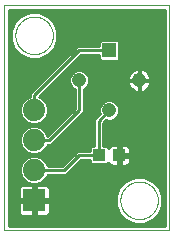
<source format=gtl>
G75*
%MOIN*%
%OFA0B0*%
%FSLAX25Y25*%
%IPPOS*%
%LPD*%
%AMOC8*
5,1,8,0,0,1.08239X$1,22.5*
%
%ADD10C,0.00000*%
%ADD11R,0.07400X0.07400*%
%ADD12C,0.07400*%
%ADD13R,0.04331X0.03937*%
%ADD14C,0.04756*%
%ADD15R,0.04756X0.04756*%
%ADD16C,0.01000*%
D10*
X0016575Y0001500D02*
X0016575Y0076500D01*
X0071575Y0076500D01*
X0071575Y0001500D01*
X0016575Y0001500D01*
X0055325Y0011500D02*
X0055327Y0011658D01*
X0055333Y0011815D01*
X0055343Y0011973D01*
X0055357Y0012130D01*
X0055375Y0012286D01*
X0055396Y0012443D01*
X0055422Y0012598D01*
X0055452Y0012753D01*
X0055485Y0012907D01*
X0055523Y0013060D01*
X0055564Y0013213D01*
X0055609Y0013364D01*
X0055658Y0013514D01*
X0055711Y0013662D01*
X0055767Y0013810D01*
X0055828Y0013955D01*
X0055891Y0014100D01*
X0055959Y0014242D01*
X0056030Y0014383D01*
X0056104Y0014522D01*
X0056182Y0014659D01*
X0056264Y0014794D01*
X0056348Y0014927D01*
X0056437Y0015058D01*
X0056528Y0015186D01*
X0056623Y0015313D01*
X0056720Y0015436D01*
X0056821Y0015558D01*
X0056925Y0015676D01*
X0057032Y0015792D01*
X0057142Y0015905D01*
X0057254Y0016016D01*
X0057370Y0016123D01*
X0057488Y0016228D01*
X0057608Y0016330D01*
X0057731Y0016428D01*
X0057857Y0016524D01*
X0057985Y0016616D01*
X0058115Y0016705D01*
X0058247Y0016791D01*
X0058382Y0016873D01*
X0058519Y0016952D01*
X0058657Y0017027D01*
X0058797Y0017099D01*
X0058940Y0017167D01*
X0059083Y0017232D01*
X0059229Y0017293D01*
X0059376Y0017350D01*
X0059524Y0017404D01*
X0059674Y0017454D01*
X0059824Y0017500D01*
X0059976Y0017542D01*
X0060129Y0017581D01*
X0060283Y0017615D01*
X0060438Y0017646D01*
X0060593Y0017672D01*
X0060749Y0017695D01*
X0060906Y0017714D01*
X0061063Y0017729D01*
X0061220Y0017740D01*
X0061378Y0017747D01*
X0061536Y0017750D01*
X0061693Y0017749D01*
X0061851Y0017744D01*
X0062008Y0017735D01*
X0062166Y0017722D01*
X0062322Y0017705D01*
X0062479Y0017684D01*
X0062634Y0017660D01*
X0062789Y0017631D01*
X0062944Y0017598D01*
X0063097Y0017562D01*
X0063250Y0017521D01*
X0063401Y0017477D01*
X0063551Y0017429D01*
X0063700Y0017378D01*
X0063848Y0017322D01*
X0063994Y0017263D01*
X0064139Y0017200D01*
X0064282Y0017133D01*
X0064423Y0017063D01*
X0064562Y0016990D01*
X0064700Y0016913D01*
X0064836Y0016832D01*
X0064969Y0016748D01*
X0065100Y0016661D01*
X0065229Y0016570D01*
X0065356Y0016476D01*
X0065481Y0016379D01*
X0065602Y0016279D01*
X0065722Y0016176D01*
X0065838Y0016070D01*
X0065952Y0015961D01*
X0066064Y0015849D01*
X0066172Y0015735D01*
X0066277Y0015617D01*
X0066380Y0015497D01*
X0066479Y0015375D01*
X0066575Y0015250D01*
X0066668Y0015122D01*
X0066758Y0014993D01*
X0066844Y0014861D01*
X0066928Y0014727D01*
X0067007Y0014591D01*
X0067084Y0014453D01*
X0067156Y0014313D01*
X0067225Y0014171D01*
X0067291Y0014028D01*
X0067353Y0013883D01*
X0067411Y0013736D01*
X0067466Y0013588D01*
X0067517Y0013439D01*
X0067564Y0013288D01*
X0067607Y0013137D01*
X0067646Y0012984D01*
X0067682Y0012830D01*
X0067713Y0012676D01*
X0067741Y0012521D01*
X0067765Y0012365D01*
X0067785Y0012208D01*
X0067801Y0012051D01*
X0067813Y0011894D01*
X0067821Y0011737D01*
X0067825Y0011579D01*
X0067825Y0011421D01*
X0067821Y0011263D01*
X0067813Y0011106D01*
X0067801Y0010949D01*
X0067785Y0010792D01*
X0067765Y0010635D01*
X0067741Y0010479D01*
X0067713Y0010324D01*
X0067682Y0010170D01*
X0067646Y0010016D01*
X0067607Y0009863D01*
X0067564Y0009712D01*
X0067517Y0009561D01*
X0067466Y0009412D01*
X0067411Y0009264D01*
X0067353Y0009117D01*
X0067291Y0008972D01*
X0067225Y0008829D01*
X0067156Y0008687D01*
X0067084Y0008547D01*
X0067007Y0008409D01*
X0066928Y0008273D01*
X0066844Y0008139D01*
X0066758Y0008007D01*
X0066668Y0007878D01*
X0066575Y0007750D01*
X0066479Y0007625D01*
X0066380Y0007503D01*
X0066277Y0007383D01*
X0066172Y0007265D01*
X0066064Y0007151D01*
X0065952Y0007039D01*
X0065838Y0006930D01*
X0065722Y0006824D01*
X0065602Y0006721D01*
X0065481Y0006621D01*
X0065356Y0006524D01*
X0065229Y0006430D01*
X0065100Y0006339D01*
X0064969Y0006252D01*
X0064836Y0006168D01*
X0064700Y0006087D01*
X0064562Y0006010D01*
X0064423Y0005937D01*
X0064282Y0005867D01*
X0064139Y0005800D01*
X0063994Y0005737D01*
X0063848Y0005678D01*
X0063700Y0005622D01*
X0063551Y0005571D01*
X0063401Y0005523D01*
X0063250Y0005479D01*
X0063097Y0005438D01*
X0062944Y0005402D01*
X0062789Y0005369D01*
X0062634Y0005340D01*
X0062479Y0005316D01*
X0062322Y0005295D01*
X0062166Y0005278D01*
X0062008Y0005265D01*
X0061851Y0005256D01*
X0061693Y0005251D01*
X0061536Y0005250D01*
X0061378Y0005253D01*
X0061220Y0005260D01*
X0061063Y0005271D01*
X0060906Y0005286D01*
X0060749Y0005305D01*
X0060593Y0005328D01*
X0060438Y0005354D01*
X0060283Y0005385D01*
X0060129Y0005419D01*
X0059976Y0005458D01*
X0059824Y0005500D01*
X0059674Y0005546D01*
X0059524Y0005596D01*
X0059376Y0005650D01*
X0059229Y0005707D01*
X0059083Y0005768D01*
X0058940Y0005833D01*
X0058797Y0005901D01*
X0058657Y0005973D01*
X0058519Y0006048D01*
X0058382Y0006127D01*
X0058247Y0006209D01*
X0058115Y0006295D01*
X0057985Y0006384D01*
X0057857Y0006476D01*
X0057731Y0006572D01*
X0057608Y0006670D01*
X0057488Y0006772D01*
X0057370Y0006877D01*
X0057254Y0006984D01*
X0057142Y0007095D01*
X0057032Y0007208D01*
X0056925Y0007324D01*
X0056821Y0007442D01*
X0056720Y0007564D01*
X0056623Y0007687D01*
X0056528Y0007814D01*
X0056437Y0007942D01*
X0056348Y0008073D01*
X0056264Y0008206D01*
X0056182Y0008341D01*
X0056104Y0008478D01*
X0056030Y0008617D01*
X0055959Y0008758D01*
X0055891Y0008900D01*
X0055828Y0009045D01*
X0055767Y0009190D01*
X0055711Y0009338D01*
X0055658Y0009486D01*
X0055609Y0009636D01*
X0055564Y0009787D01*
X0055523Y0009940D01*
X0055485Y0010093D01*
X0055452Y0010247D01*
X0055422Y0010402D01*
X0055396Y0010557D01*
X0055375Y0010714D01*
X0055357Y0010870D01*
X0055343Y0011027D01*
X0055333Y0011185D01*
X0055327Y0011342D01*
X0055325Y0011500D01*
X0020325Y0066500D02*
X0020327Y0066658D01*
X0020333Y0066815D01*
X0020343Y0066973D01*
X0020357Y0067130D01*
X0020375Y0067286D01*
X0020396Y0067443D01*
X0020422Y0067598D01*
X0020452Y0067753D01*
X0020485Y0067907D01*
X0020523Y0068060D01*
X0020564Y0068213D01*
X0020609Y0068364D01*
X0020658Y0068514D01*
X0020711Y0068662D01*
X0020767Y0068810D01*
X0020828Y0068955D01*
X0020891Y0069100D01*
X0020959Y0069242D01*
X0021030Y0069383D01*
X0021104Y0069522D01*
X0021182Y0069659D01*
X0021264Y0069794D01*
X0021348Y0069927D01*
X0021437Y0070058D01*
X0021528Y0070186D01*
X0021623Y0070313D01*
X0021720Y0070436D01*
X0021821Y0070558D01*
X0021925Y0070676D01*
X0022032Y0070792D01*
X0022142Y0070905D01*
X0022254Y0071016D01*
X0022370Y0071123D01*
X0022488Y0071228D01*
X0022608Y0071330D01*
X0022731Y0071428D01*
X0022857Y0071524D01*
X0022985Y0071616D01*
X0023115Y0071705D01*
X0023247Y0071791D01*
X0023382Y0071873D01*
X0023519Y0071952D01*
X0023657Y0072027D01*
X0023797Y0072099D01*
X0023940Y0072167D01*
X0024083Y0072232D01*
X0024229Y0072293D01*
X0024376Y0072350D01*
X0024524Y0072404D01*
X0024674Y0072454D01*
X0024824Y0072500D01*
X0024976Y0072542D01*
X0025129Y0072581D01*
X0025283Y0072615D01*
X0025438Y0072646D01*
X0025593Y0072672D01*
X0025749Y0072695D01*
X0025906Y0072714D01*
X0026063Y0072729D01*
X0026220Y0072740D01*
X0026378Y0072747D01*
X0026536Y0072750D01*
X0026693Y0072749D01*
X0026851Y0072744D01*
X0027008Y0072735D01*
X0027166Y0072722D01*
X0027322Y0072705D01*
X0027479Y0072684D01*
X0027634Y0072660D01*
X0027789Y0072631D01*
X0027944Y0072598D01*
X0028097Y0072562D01*
X0028250Y0072521D01*
X0028401Y0072477D01*
X0028551Y0072429D01*
X0028700Y0072378D01*
X0028848Y0072322D01*
X0028994Y0072263D01*
X0029139Y0072200D01*
X0029282Y0072133D01*
X0029423Y0072063D01*
X0029562Y0071990D01*
X0029700Y0071913D01*
X0029836Y0071832D01*
X0029969Y0071748D01*
X0030100Y0071661D01*
X0030229Y0071570D01*
X0030356Y0071476D01*
X0030481Y0071379D01*
X0030602Y0071279D01*
X0030722Y0071176D01*
X0030838Y0071070D01*
X0030952Y0070961D01*
X0031064Y0070849D01*
X0031172Y0070735D01*
X0031277Y0070617D01*
X0031380Y0070497D01*
X0031479Y0070375D01*
X0031575Y0070250D01*
X0031668Y0070122D01*
X0031758Y0069993D01*
X0031844Y0069861D01*
X0031928Y0069727D01*
X0032007Y0069591D01*
X0032084Y0069453D01*
X0032156Y0069313D01*
X0032225Y0069171D01*
X0032291Y0069028D01*
X0032353Y0068883D01*
X0032411Y0068736D01*
X0032466Y0068588D01*
X0032517Y0068439D01*
X0032564Y0068288D01*
X0032607Y0068137D01*
X0032646Y0067984D01*
X0032682Y0067830D01*
X0032713Y0067676D01*
X0032741Y0067521D01*
X0032765Y0067365D01*
X0032785Y0067208D01*
X0032801Y0067051D01*
X0032813Y0066894D01*
X0032821Y0066737D01*
X0032825Y0066579D01*
X0032825Y0066421D01*
X0032821Y0066263D01*
X0032813Y0066106D01*
X0032801Y0065949D01*
X0032785Y0065792D01*
X0032765Y0065635D01*
X0032741Y0065479D01*
X0032713Y0065324D01*
X0032682Y0065170D01*
X0032646Y0065016D01*
X0032607Y0064863D01*
X0032564Y0064712D01*
X0032517Y0064561D01*
X0032466Y0064412D01*
X0032411Y0064264D01*
X0032353Y0064117D01*
X0032291Y0063972D01*
X0032225Y0063829D01*
X0032156Y0063687D01*
X0032084Y0063547D01*
X0032007Y0063409D01*
X0031928Y0063273D01*
X0031844Y0063139D01*
X0031758Y0063007D01*
X0031668Y0062878D01*
X0031575Y0062750D01*
X0031479Y0062625D01*
X0031380Y0062503D01*
X0031277Y0062383D01*
X0031172Y0062265D01*
X0031064Y0062151D01*
X0030952Y0062039D01*
X0030838Y0061930D01*
X0030722Y0061824D01*
X0030602Y0061721D01*
X0030481Y0061621D01*
X0030356Y0061524D01*
X0030229Y0061430D01*
X0030100Y0061339D01*
X0029969Y0061252D01*
X0029836Y0061168D01*
X0029700Y0061087D01*
X0029562Y0061010D01*
X0029423Y0060937D01*
X0029282Y0060867D01*
X0029139Y0060800D01*
X0028994Y0060737D01*
X0028848Y0060678D01*
X0028700Y0060622D01*
X0028551Y0060571D01*
X0028401Y0060523D01*
X0028250Y0060479D01*
X0028097Y0060438D01*
X0027944Y0060402D01*
X0027789Y0060369D01*
X0027634Y0060340D01*
X0027479Y0060316D01*
X0027322Y0060295D01*
X0027166Y0060278D01*
X0027008Y0060265D01*
X0026851Y0060256D01*
X0026693Y0060251D01*
X0026536Y0060250D01*
X0026378Y0060253D01*
X0026220Y0060260D01*
X0026063Y0060271D01*
X0025906Y0060286D01*
X0025749Y0060305D01*
X0025593Y0060328D01*
X0025438Y0060354D01*
X0025283Y0060385D01*
X0025129Y0060419D01*
X0024976Y0060458D01*
X0024824Y0060500D01*
X0024674Y0060546D01*
X0024524Y0060596D01*
X0024376Y0060650D01*
X0024229Y0060707D01*
X0024083Y0060768D01*
X0023940Y0060833D01*
X0023797Y0060901D01*
X0023657Y0060973D01*
X0023519Y0061048D01*
X0023382Y0061127D01*
X0023247Y0061209D01*
X0023115Y0061295D01*
X0022985Y0061384D01*
X0022857Y0061476D01*
X0022731Y0061572D01*
X0022608Y0061670D01*
X0022488Y0061772D01*
X0022370Y0061877D01*
X0022254Y0061984D01*
X0022142Y0062095D01*
X0022032Y0062208D01*
X0021925Y0062324D01*
X0021821Y0062442D01*
X0021720Y0062564D01*
X0021623Y0062687D01*
X0021528Y0062814D01*
X0021437Y0062942D01*
X0021348Y0063073D01*
X0021264Y0063206D01*
X0021182Y0063341D01*
X0021104Y0063478D01*
X0021030Y0063617D01*
X0020959Y0063758D01*
X0020891Y0063900D01*
X0020828Y0064045D01*
X0020767Y0064190D01*
X0020711Y0064338D01*
X0020658Y0064486D01*
X0020609Y0064636D01*
X0020564Y0064787D01*
X0020523Y0064940D01*
X0020485Y0065093D01*
X0020452Y0065247D01*
X0020422Y0065402D01*
X0020396Y0065557D01*
X0020375Y0065714D01*
X0020357Y0065870D01*
X0020343Y0066027D01*
X0020333Y0066185D01*
X0020327Y0066342D01*
X0020325Y0066500D01*
D11*
X0026575Y0011500D03*
D12*
X0026575Y0021500D03*
X0026575Y0031500D03*
X0026575Y0041500D03*
D13*
X0048228Y0026500D03*
X0054921Y0026500D03*
D14*
X0051575Y0041500D03*
X0061575Y0051500D03*
X0041575Y0051500D03*
D15*
X0051575Y0061500D03*
D16*
X0041575Y0061500D01*
X0026575Y0046500D01*
X0026575Y0041500D01*
X0030166Y0038445D02*
X0036398Y0038445D01*
X0035400Y0037446D02*
X0029070Y0037446D01*
X0029237Y0037516D02*
X0030559Y0038838D01*
X0031275Y0040565D01*
X0031275Y0042435D01*
X0030559Y0044162D01*
X0029237Y0045484D01*
X0028136Y0045940D01*
X0042196Y0060000D01*
X0048197Y0060000D01*
X0048197Y0058708D01*
X0048782Y0058122D01*
X0054367Y0058122D01*
X0054952Y0058708D01*
X0054952Y0064292D01*
X0054367Y0064878D01*
X0048782Y0064878D01*
X0048197Y0064292D01*
X0048197Y0063000D01*
X0040953Y0063000D01*
X0040075Y0062121D01*
X0025953Y0048000D01*
X0025075Y0047121D01*
X0025075Y0045966D01*
X0023912Y0045484D01*
X0022590Y0044162D01*
X0021875Y0042435D01*
X0021875Y0040565D01*
X0022590Y0038838D01*
X0023912Y0037516D01*
X0025640Y0036800D01*
X0027509Y0036800D01*
X0029237Y0037516D01*
X0029237Y0035484D02*
X0027509Y0036200D01*
X0025640Y0036200D01*
X0023912Y0035484D01*
X0022590Y0034162D01*
X0021875Y0032435D01*
X0021875Y0030565D01*
X0022590Y0028838D01*
X0023912Y0027516D01*
X0025640Y0026800D01*
X0027509Y0026800D01*
X0029237Y0027516D01*
X0030559Y0028838D01*
X0031040Y0030000D01*
X0032196Y0030000D01*
X0033075Y0030879D01*
X0042196Y0040000D01*
X0043075Y0040879D01*
X0043075Y0048465D01*
X0043488Y0048636D01*
X0044438Y0049587D01*
X0044952Y0050828D01*
X0044952Y0052172D01*
X0044438Y0053413D01*
X0043488Y0054364D01*
X0042246Y0054878D01*
X0040903Y0054878D01*
X0039661Y0054364D01*
X0038711Y0053413D01*
X0038197Y0052172D01*
X0038197Y0050828D01*
X0038711Y0049587D01*
X0039661Y0048636D01*
X0040075Y0048465D01*
X0040075Y0042121D01*
X0031015Y0033062D01*
X0030559Y0034162D01*
X0029237Y0035484D01*
X0029272Y0035449D02*
X0033403Y0035449D01*
X0034401Y0036448D02*
X0018075Y0036448D01*
X0018075Y0037446D02*
X0024079Y0037446D01*
X0022983Y0038445D02*
X0018075Y0038445D01*
X0018075Y0039443D02*
X0022339Y0039443D01*
X0021926Y0040442D02*
X0018075Y0040442D01*
X0018075Y0041440D02*
X0021875Y0041440D01*
X0021876Y0042439D02*
X0018075Y0042439D01*
X0018075Y0043437D02*
X0022290Y0043437D01*
X0022864Y0044436D02*
X0018075Y0044436D01*
X0018075Y0045434D02*
X0023862Y0045434D01*
X0025075Y0046433D02*
X0018075Y0046433D01*
X0018075Y0047432D02*
X0025385Y0047432D01*
X0025953Y0048000D02*
X0025953Y0048000D01*
X0026383Y0048430D02*
X0018075Y0048430D01*
X0018075Y0049429D02*
X0027382Y0049429D01*
X0028380Y0050427D02*
X0018075Y0050427D01*
X0018075Y0051426D02*
X0029379Y0051426D01*
X0030377Y0052424D02*
X0018075Y0052424D01*
X0018075Y0053423D02*
X0031376Y0053423D01*
X0032374Y0054421D02*
X0018075Y0054421D01*
X0018075Y0055420D02*
X0033373Y0055420D01*
X0034371Y0056418D02*
X0018075Y0056418D01*
X0018075Y0057417D02*
X0035370Y0057417D01*
X0036368Y0058415D02*
X0018075Y0058415D01*
X0018075Y0059414D02*
X0023431Y0059414D01*
X0022184Y0059930D02*
X0025033Y0058750D01*
X0028116Y0058750D01*
X0030965Y0059930D01*
X0033145Y0062110D01*
X0034325Y0064958D01*
X0034325Y0068042D01*
X0033145Y0070890D01*
X0030965Y0073070D01*
X0028116Y0074250D01*
X0025033Y0074250D01*
X0022184Y0073070D01*
X0020004Y0070890D01*
X0018825Y0068042D01*
X0018825Y0064958D01*
X0020004Y0062110D01*
X0022184Y0059930D01*
X0021702Y0060412D02*
X0018075Y0060412D01*
X0018075Y0061411D02*
X0020704Y0061411D01*
X0019880Y0062409D02*
X0018075Y0062409D01*
X0018075Y0063408D02*
X0019467Y0063408D01*
X0019053Y0064406D02*
X0018075Y0064406D01*
X0018075Y0065405D02*
X0018825Y0065405D01*
X0018825Y0066403D02*
X0018075Y0066403D01*
X0018075Y0067402D02*
X0018825Y0067402D01*
X0018973Y0068400D02*
X0018075Y0068400D01*
X0018075Y0069399D02*
X0019387Y0069399D01*
X0019800Y0070397D02*
X0018075Y0070397D01*
X0018075Y0071396D02*
X0020510Y0071396D01*
X0021509Y0072394D02*
X0018075Y0072394D01*
X0018075Y0073393D02*
X0022964Y0073393D01*
X0018075Y0074391D02*
X0070075Y0074391D01*
X0070075Y0075000D02*
X0070075Y0003000D01*
X0018075Y0003000D01*
X0018075Y0075000D01*
X0070075Y0075000D01*
X0070075Y0073393D02*
X0030185Y0073393D01*
X0031640Y0072394D02*
X0070075Y0072394D01*
X0070075Y0071396D02*
X0032639Y0071396D01*
X0033349Y0070397D02*
X0070075Y0070397D01*
X0070075Y0069399D02*
X0033762Y0069399D01*
X0034176Y0068400D02*
X0070075Y0068400D01*
X0070075Y0067402D02*
X0034325Y0067402D01*
X0034325Y0066403D02*
X0070075Y0066403D01*
X0070075Y0065405D02*
X0034325Y0065405D01*
X0034096Y0064406D02*
X0048311Y0064406D01*
X0048197Y0063408D02*
X0033682Y0063408D01*
X0033269Y0062409D02*
X0040362Y0062409D01*
X0040075Y0062121D02*
X0040075Y0062121D01*
X0039364Y0061411D02*
X0032445Y0061411D01*
X0031447Y0060412D02*
X0038365Y0060412D01*
X0037367Y0059414D02*
X0029718Y0059414D01*
X0035618Y0053423D02*
X0038720Y0053423D01*
X0038301Y0052424D02*
X0034620Y0052424D01*
X0033621Y0051426D02*
X0038197Y0051426D01*
X0038363Y0050427D02*
X0032623Y0050427D01*
X0031624Y0049429D02*
X0038869Y0049429D01*
X0040075Y0048430D02*
X0030626Y0048430D01*
X0029627Y0047432D02*
X0040075Y0047432D01*
X0040075Y0046433D02*
X0028629Y0046433D01*
X0029287Y0045434D02*
X0040075Y0045434D01*
X0040075Y0044436D02*
X0030285Y0044436D01*
X0030859Y0043437D02*
X0040075Y0043437D01*
X0040075Y0042439D02*
X0031273Y0042439D01*
X0031275Y0041440D02*
X0039394Y0041440D01*
X0038395Y0040442D02*
X0031223Y0040442D01*
X0030810Y0039443D02*
X0037397Y0039443D01*
X0039642Y0037446D02*
X0046575Y0037446D01*
X0046575Y0036448D02*
X0038644Y0036448D01*
X0037645Y0035449D02*
X0046575Y0035449D01*
X0046575Y0034451D02*
X0036647Y0034451D01*
X0035648Y0033452D02*
X0046575Y0033452D01*
X0046575Y0032454D02*
X0034650Y0032454D01*
X0033651Y0031455D02*
X0046575Y0031455D01*
X0046575Y0030457D02*
X0032653Y0030457D01*
X0031575Y0031500D02*
X0026575Y0031500D01*
X0030181Y0028460D02*
X0045063Y0028460D01*
X0045063Y0028883D02*
X0045063Y0028000D01*
X0040953Y0028000D01*
X0040075Y0027121D01*
X0035953Y0023000D01*
X0031040Y0023000D01*
X0030559Y0024162D01*
X0029237Y0025484D01*
X0027509Y0026200D01*
X0025640Y0026200D01*
X0023912Y0025484D01*
X0022590Y0024162D01*
X0021875Y0022435D01*
X0021875Y0020565D01*
X0022590Y0018838D01*
X0023912Y0017516D01*
X0025640Y0016800D01*
X0027509Y0016800D01*
X0029237Y0017516D01*
X0030559Y0018838D01*
X0031040Y0020000D01*
X0037196Y0020000D01*
X0038075Y0020879D01*
X0042196Y0025000D01*
X0045063Y0025000D01*
X0045063Y0024117D01*
X0045648Y0023531D01*
X0050808Y0023531D01*
X0051331Y0024054D01*
X0051358Y0023953D01*
X0051555Y0023610D01*
X0051835Y0023331D01*
X0052177Y0023134D01*
X0052558Y0023031D01*
X0054437Y0023031D01*
X0054437Y0026016D01*
X0055405Y0026016D01*
X0055405Y0026984D01*
X0054437Y0026984D01*
X0054437Y0029968D01*
X0052558Y0029968D01*
X0052177Y0029866D01*
X0051835Y0029669D01*
X0051555Y0029390D01*
X0051358Y0029047D01*
X0051331Y0028946D01*
X0050808Y0029468D01*
X0049575Y0029468D01*
X0049575Y0037379D01*
X0050489Y0038293D01*
X0050903Y0038122D01*
X0052246Y0038122D01*
X0053488Y0038636D01*
X0054438Y0039587D01*
X0054952Y0040828D01*
X0054952Y0042172D01*
X0054438Y0043413D01*
X0053488Y0044364D01*
X0052246Y0044878D01*
X0050903Y0044878D01*
X0049661Y0044364D01*
X0048711Y0043413D01*
X0048197Y0042172D01*
X0048197Y0040828D01*
X0048368Y0040415D01*
X0047453Y0039500D01*
X0046575Y0038621D01*
X0046575Y0029468D01*
X0045648Y0029468D01*
X0045063Y0028883D01*
X0045638Y0029458D02*
X0030816Y0029458D01*
X0031575Y0031500D02*
X0041575Y0041500D01*
X0041575Y0051500D01*
X0044280Y0049429D02*
X0058295Y0049429D01*
X0058138Y0049663D02*
X0058562Y0049028D01*
X0059102Y0048488D01*
X0059738Y0048063D01*
X0060443Y0047771D01*
X0061193Y0047622D01*
X0061386Y0047622D01*
X0061386Y0051311D01*
X0061763Y0051311D01*
X0061763Y0047622D01*
X0061956Y0047622D01*
X0062706Y0047771D01*
X0063411Y0048063D01*
X0064047Y0048488D01*
X0064587Y0049028D01*
X0065011Y0049663D01*
X0065303Y0050369D01*
X0065452Y0051118D01*
X0065452Y0051311D01*
X0061764Y0051311D01*
X0061764Y0051689D01*
X0065452Y0051689D01*
X0065452Y0051882D01*
X0065303Y0052631D01*
X0065011Y0053337D01*
X0064587Y0053972D01*
X0064047Y0054512D01*
X0063411Y0054937D01*
X0062706Y0055229D01*
X0061956Y0055378D01*
X0061763Y0055378D01*
X0061763Y0051689D01*
X0061386Y0051689D01*
X0061386Y0055378D01*
X0061193Y0055378D01*
X0060443Y0055229D01*
X0059738Y0054937D01*
X0059102Y0054512D01*
X0058562Y0053972D01*
X0058138Y0053337D01*
X0057846Y0052631D01*
X0057697Y0051882D01*
X0057697Y0051689D01*
X0061385Y0051689D01*
X0061385Y0051311D01*
X0057697Y0051311D01*
X0057697Y0051118D01*
X0057846Y0050369D01*
X0058138Y0049663D01*
X0057834Y0050427D02*
X0044786Y0050427D01*
X0044952Y0051426D02*
X0061385Y0051426D01*
X0061764Y0051426D02*
X0070075Y0051426D01*
X0070075Y0052424D02*
X0065345Y0052424D01*
X0064954Y0053423D02*
X0070075Y0053423D01*
X0070075Y0054421D02*
X0064138Y0054421D01*
X0061763Y0054421D02*
X0061386Y0054421D01*
X0061386Y0053423D02*
X0061763Y0053423D01*
X0061763Y0052424D02*
X0061386Y0052424D01*
X0061386Y0050427D02*
X0061763Y0050427D01*
X0061763Y0049429D02*
X0061386Y0049429D01*
X0061386Y0048430D02*
X0061763Y0048430D01*
X0063960Y0048430D02*
X0070075Y0048430D01*
X0070075Y0047432D02*
X0043075Y0047432D01*
X0043075Y0048430D02*
X0059189Y0048430D01*
X0057804Y0052424D02*
X0044848Y0052424D01*
X0044429Y0053423D02*
X0058195Y0053423D01*
X0059011Y0054421D02*
X0043349Y0054421D01*
X0039800Y0054421D02*
X0036617Y0054421D01*
X0037615Y0055420D02*
X0070075Y0055420D01*
X0070075Y0056418D02*
X0038614Y0056418D01*
X0039612Y0057417D02*
X0070075Y0057417D01*
X0070075Y0058415D02*
X0054660Y0058415D01*
X0054952Y0059414D02*
X0070075Y0059414D01*
X0070075Y0060412D02*
X0054952Y0060412D01*
X0054952Y0061411D02*
X0070075Y0061411D01*
X0070075Y0062409D02*
X0054952Y0062409D01*
X0054952Y0063408D02*
X0070075Y0063408D01*
X0070075Y0064406D02*
X0054838Y0064406D01*
X0048489Y0058415D02*
X0040611Y0058415D01*
X0041609Y0059414D02*
X0048197Y0059414D01*
X0043075Y0046433D02*
X0070075Y0046433D01*
X0070075Y0045434D02*
X0043075Y0045434D01*
X0043075Y0044436D02*
X0049836Y0044436D01*
X0048735Y0043437D02*
X0043075Y0043437D01*
X0043075Y0042439D02*
X0048307Y0042439D01*
X0048197Y0041440D02*
X0043075Y0041440D01*
X0042638Y0040442D02*
X0048357Y0040442D01*
X0047397Y0039443D02*
X0041639Y0039443D01*
X0040641Y0038445D02*
X0046575Y0038445D01*
X0048075Y0038000D02*
X0048075Y0026654D01*
X0048228Y0026500D01*
X0041575Y0026500D01*
X0036575Y0021500D01*
X0026575Y0021500D01*
X0030196Y0018475D02*
X0058161Y0018475D01*
X0057184Y0018070D02*
X0055004Y0015890D01*
X0053825Y0013042D01*
X0053825Y0009958D01*
X0055004Y0007110D01*
X0057184Y0004930D01*
X0060033Y0003750D01*
X0063116Y0003750D01*
X0065965Y0004930D01*
X0068145Y0007110D01*
X0069325Y0009958D01*
X0069325Y0013042D01*
X0068145Y0015890D01*
X0065965Y0018070D01*
X0063116Y0019250D01*
X0060033Y0019250D01*
X0057184Y0018070D01*
X0056591Y0017476D02*
X0029142Y0017476D01*
X0030472Y0016700D02*
X0027074Y0016700D01*
X0027074Y0012000D01*
X0026075Y0012000D01*
X0026075Y0016700D01*
X0022677Y0016700D01*
X0022296Y0016598D01*
X0021953Y0016400D01*
X0021674Y0016121D01*
X0021477Y0015779D01*
X0021375Y0015397D01*
X0021375Y0012000D01*
X0026074Y0012000D01*
X0026074Y0011000D01*
X0021375Y0011000D01*
X0021375Y0007603D01*
X0021477Y0007221D01*
X0021674Y0006879D01*
X0021953Y0006600D01*
X0022296Y0006402D01*
X0022677Y0006300D01*
X0026075Y0006300D01*
X0026075Y0011000D01*
X0027074Y0011000D01*
X0027074Y0006300D01*
X0030472Y0006300D01*
X0030853Y0006402D01*
X0031196Y0006600D01*
X0031475Y0006879D01*
X0031672Y0007221D01*
X0031775Y0007603D01*
X0031774Y0011000D01*
X0027075Y0011000D01*
X0027075Y0012000D01*
X0031775Y0012000D01*
X0031775Y0015397D01*
X0031672Y0015779D01*
X0031475Y0016121D01*
X0031196Y0016400D01*
X0030853Y0016598D01*
X0030472Y0016700D01*
X0031062Y0016478D02*
X0055592Y0016478D01*
X0054834Y0015479D02*
X0031753Y0015479D01*
X0031775Y0014481D02*
X0054421Y0014481D01*
X0054007Y0013482D02*
X0031775Y0013482D01*
X0031775Y0012484D02*
X0053825Y0012484D01*
X0053825Y0011485D02*
X0027075Y0011485D01*
X0027074Y0010487D02*
X0026075Y0010487D01*
X0026074Y0011485D02*
X0018075Y0011485D01*
X0018075Y0010487D02*
X0021375Y0010487D01*
X0021375Y0009488D02*
X0018075Y0009488D01*
X0018075Y0008490D02*
X0021375Y0008490D01*
X0021404Y0007491D02*
X0018075Y0007491D01*
X0018075Y0006493D02*
X0022139Y0006493D01*
X0026075Y0006493D02*
X0027074Y0006493D01*
X0027074Y0007491D02*
X0026075Y0007491D01*
X0026075Y0008490D02*
X0027074Y0008490D01*
X0027074Y0009488D02*
X0026075Y0009488D01*
X0026075Y0012484D02*
X0027074Y0012484D01*
X0027074Y0013482D02*
X0026075Y0013482D01*
X0026075Y0014481D02*
X0027074Y0014481D01*
X0027074Y0015479D02*
X0026075Y0015479D01*
X0026075Y0016478D02*
X0027074Y0016478D01*
X0024007Y0017476D02*
X0018075Y0017476D01*
X0018075Y0016478D02*
X0022088Y0016478D01*
X0021396Y0015479D02*
X0018075Y0015479D01*
X0018075Y0014481D02*
X0021375Y0014481D01*
X0021375Y0013482D02*
X0018075Y0013482D01*
X0018075Y0012484D02*
X0021375Y0012484D01*
X0022953Y0018475D02*
X0018075Y0018475D01*
X0018075Y0019473D02*
X0022327Y0019473D01*
X0021913Y0020472D02*
X0018075Y0020472D01*
X0018075Y0021470D02*
X0021875Y0021470D01*
X0021889Y0022469D02*
X0018075Y0022469D01*
X0018075Y0023467D02*
X0022302Y0023467D01*
X0022893Y0024466D02*
X0018075Y0024466D01*
X0018075Y0025464D02*
X0023892Y0025464D01*
X0024043Y0027461D02*
X0018075Y0027461D01*
X0018075Y0026463D02*
X0039416Y0026463D01*
X0040414Y0027461D02*
X0029106Y0027461D01*
X0029257Y0025464D02*
X0038417Y0025464D01*
X0037419Y0024466D02*
X0030256Y0024466D01*
X0030847Y0023467D02*
X0036420Y0023467D01*
X0038666Y0021470D02*
X0070075Y0021470D01*
X0070075Y0020472D02*
X0037668Y0020472D01*
X0039665Y0022469D02*
X0070075Y0022469D01*
X0070075Y0023467D02*
X0058143Y0023467D01*
X0058007Y0023331D02*
X0058287Y0023610D01*
X0058484Y0023953D01*
X0058586Y0024334D01*
X0058586Y0026016D01*
X0055405Y0026016D01*
X0055405Y0023031D01*
X0057284Y0023031D01*
X0057665Y0023134D01*
X0058007Y0023331D01*
X0058586Y0024466D02*
X0070075Y0024466D01*
X0070075Y0025464D02*
X0058586Y0025464D01*
X0058586Y0026984D02*
X0058586Y0028666D01*
X0058484Y0029047D01*
X0058287Y0029390D01*
X0058007Y0029669D01*
X0057665Y0029866D01*
X0057284Y0029968D01*
X0055405Y0029968D01*
X0055405Y0026984D01*
X0058586Y0026984D01*
X0058586Y0027461D02*
X0070075Y0027461D01*
X0070075Y0026463D02*
X0055405Y0026463D01*
X0055405Y0027461D02*
X0054437Y0027461D01*
X0054437Y0028460D02*
X0055405Y0028460D01*
X0055405Y0029458D02*
X0054437Y0029458D01*
X0051624Y0029458D02*
X0050818Y0029458D01*
X0049575Y0030457D02*
X0070075Y0030457D01*
X0070075Y0031455D02*
X0049575Y0031455D01*
X0049575Y0032454D02*
X0070075Y0032454D01*
X0070075Y0033452D02*
X0049575Y0033452D01*
X0049575Y0034451D02*
X0070075Y0034451D01*
X0070075Y0035449D02*
X0049575Y0035449D01*
X0049575Y0036448D02*
X0070075Y0036448D01*
X0070075Y0037446D02*
X0049642Y0037446D01*
X0048075Y0038000D02*
X0051575Y0041500D01*
X0053026Y0038445D02*
X0070075Y0038445D01*
X0070075Y0039443D02*
X0054295Y0039443D01*
X0054793Y0040442D02*
X0070075Y0040442D01*
X0070075Y0041440D02*
X0054952Y0041440D01*
X0054842Y0042439D02*
X0070075Y0042439D01*
X0070075Y0043437D02*
X0054414Y0043437D01*
X0053313Y0044436D02*
X0070075Y0044436D01*
X0070075Y0049429D02*
X0064854Y0049429D01*
X0065315Y0050427D02*
X0070075Y0050427D01*
X0070075Y0029458D02*
X0058218Y0029458D01*
X0058586Y0028460D02*
X0070075Y0028460D01*
X0070075Y0019473D02*
X0030822Y0019473D01*
X0031775Y0010487D02*
X0053825Y0010487D01*
X0054019Y0009488D02*
X0031775Y0009488D01*
X0031775Y0008490D02*
X0054433Y0008490D01*
X0054847Y0007491D02*
X0031745Y0007491D01*
X0031010Y0006493D02*
X0055622Y0006493D01*
X0056620Y0005494D02*
X0018075Y0005494D01*
X0018075Y0004496D02*
X0058233Y0004496D01*
X0064916Y0004496D02*
X0070075Y0004496D01*
X0070075Y0005494D02*
X0066529Y0005494D01*
X0067527Y0006493D02*
X0070075Y0006493D01*
X0070075Y0007491D02*
X0068302Y0007491D01*
X0068716Y0008490D02*
X0070075Y0008490D01*
X0070075Y0009488D02*
X0069130Y0009488D01*
X0069325Y0010487D02*
X0070075Y0010487D01*
X0070075Y0011485D02*
X0069325Y0011485D01*
X0069325Y0012484D02*
X0070075Y0012484D01*
X0070075Y0013482D02*
X0069142Y0013482D01*
X0068728Y0014481D02*
X0070075Y0014481D01*
X0070075Y0015479D02*
X0068315Y0015479D01*
X0067557Y0016478D02*
X0070075Y0016478D01*
X0070075Y0017476D02*
X0066558Y0017476D01*
X0064988Y0018475D02*
X0070075Y0018475D01*
X0070075Y0003497D02*
X0018075Y0003497D01*
X0040663Y0023467D02*
X0051699Y0023467D01*
X0054437Y0023467D02*
X0055405Y0023467D01*
X0055405Y0024466D02*
X0054437Y0024466D01*
X0054437Y0025464D02*
X0055405Y0025464D01*
X0045063Y0024466D02*
X0041662Y0024466D01*
X0032404Y0034451D02*
X0030270Y0034451D01*
X0030853Y0033452D02*
X0031406Y0033452D01*
X0023877Y0035449D02*
X0018075Y0035449D01*
X0018075Y0034451D02*
X0022879Y0034451D01*
X0022296Y0033452D02*
X0018075Y0033452D01*
X0018075Y0032454D02*
X0021882Y0032454D01*
X0021875Y0031455D02*
X0018075Y0031455D01*
X0018075Y0030457D02*
X0021919Y0030457D01*
X0022333Y0029458D02*
X0018075Y0029458D01*
X0018075Y0028460D02*
X0022968Y0028460D01*
M02*

</source>
